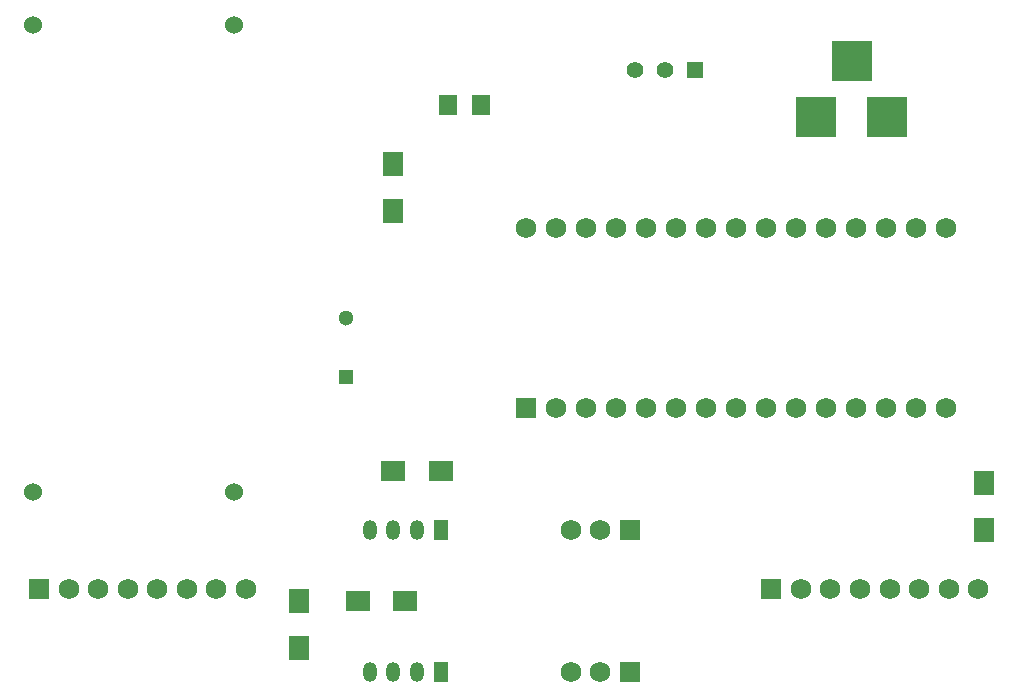
<source format=gbr>
G04 #@! TF.FileFunction,Soldermask,Top*
%FSLAX46Y46*%
G04 Gerber Fmt 4.6, Leading zero omitted, Abs format (unit mm)*
G04 Created by KiCad (PCBNEW 4.0.3+e1-6302~38~ubuntu15.04.1-stable) date Sun Sep 25 07:10:45 2016*
%MOMM*%
%LPD*%
G01*
G04 APERTURE LIST*
%ADD10C,0.100000*%
%ADD11R,1.727200X1.727200*%
%ADD12C,1.727200*%
%ADD13R,1.300000X1.300000*%
%ADD14C,1.300000*%
%ADD15R,1.597660X1.800860*%
%ADD16R,1.750000X1.750000*%
%ADD17C,1.750000*%
%ADD18R,1.200000X1.700000*%
%ADD19O,1.200000X1.700000*%
%ADD20C,1.524000*%
%ADD21R,3.500120X3.500120*%
%ADD22R,1.700000X2.000000*%
%ADD23R,2.000000X1.700000*%
%ADD24R,1.397000X1.397000*%
%ADD25C,1.397000*%
G04 APERTURE END LIST*
D10*
D11*
X79220000Y-67620000D03*
D12*
X81760000Y-67620000D03*
X84300000Y-67620000D03*
X86840000Y-67620000D03*
X89380000Y-67620000D03*
X91920000Y-67620000D03*
X94460000Y-67620000D03*
X97000000Y-67620000D03*
X99540000Y-67620000D03*
X102080000Y-67620000D03*
X104620000Y-67620000D03*
X107160000Y-67620000D03*
X109700000Y-67620000D03*
X112240000Y-67620000D03*
X114780000Y-67620000D03*
X114780000Y-52380000D03*
X112240000Y-52380000D03*
X109700000Y-52380000D03*
X107160000Y-52380000D03*
X104620000Y-52380000D03*
X102080000Y-52380000D03*
X99540000Y-52380000D03*
X97000000Y-52380000D03*
X94460000Y-52380000D03*
X91920000Y-52380000D03*
X89380000Y-52380000D03*
X86840000Y-52380000D03*
X84300000Y-52380000D03*
X81760000Y-52380000D03*
X79220000Y-52380000D03*
D13*
X64000000Y-65000000D03*
D14*
X64000000Y-60000000D03*
D15*
X72580140Y-42000000D03*
X75419860Y-42000000D03*
D16*
X38000000Y-83000000D03*
D17*
X40500000Y-83000000D03*
X43000000Y-83000000D03*
X45500000Y-83000000D03*
X48000000Y-83000000D03*
X50500000Y-83000000D03*
X53000000Y-83000000D03*
X55500000Y-83000000D03*
D16*
X100000000Y-83000000D03*
D17*
X102500000Y-83000000D03*
X105000000Y-83000000D03*
X107500000Y-83000000D03*
X110000000Y-83000000D03*
X112500000Y-83000000D03*
X115000000Y-83000000D03*
X117500000Y-83000000D03*
D18*
X72000000Y-90000000D03*
D19*
X70000000Y-90000000D03*
X68000000Y-90000000D03*
X66000000Y-90000000D03*
D18*
X72000000Y-78000000D03*
D19*
X70000000Y-78000000D03*
X68000000Y-78000000D03*
X66000000Y-78000000D03*
D20*
X54500000Y-35250000D03*
X37500000Y-35250000D03*
X54500000Y-74750000D03*
X37500000Y-74750000D03*
D21*
X103799860Y-43000000D03*
X109799340Y-43000000D03*
X106799600Y-38301000D03*
D22*
X60000000Y-84000000D03*
X60000000Y-88000000D03*
X118000000Y-74000000D03*
X118000000Y-78000000D03*
D23*
X65000000Y-84000000D03*
X69000000Y-84000000D03*
X72000000Y-73000000D03*
X68000000Y-73000000D03*
D22*
X68000000Y-47000000D03*
X68000000Y-51000000D03*
D16*
X88000000Y-90000000D03*
D17*
X85500000Y-90000000D03*
X83000000Y-90000000D03*
D16*
X88000000Y-78000000D03*
D17*
X85500000Y-78000000D03*
X83000000Y-78000000D03*
D24*
X93540000Y-39000000D03*
D25*
X91000000Y-39000000D03*
X88460000Y-39000000D03*
M02*

</source>
